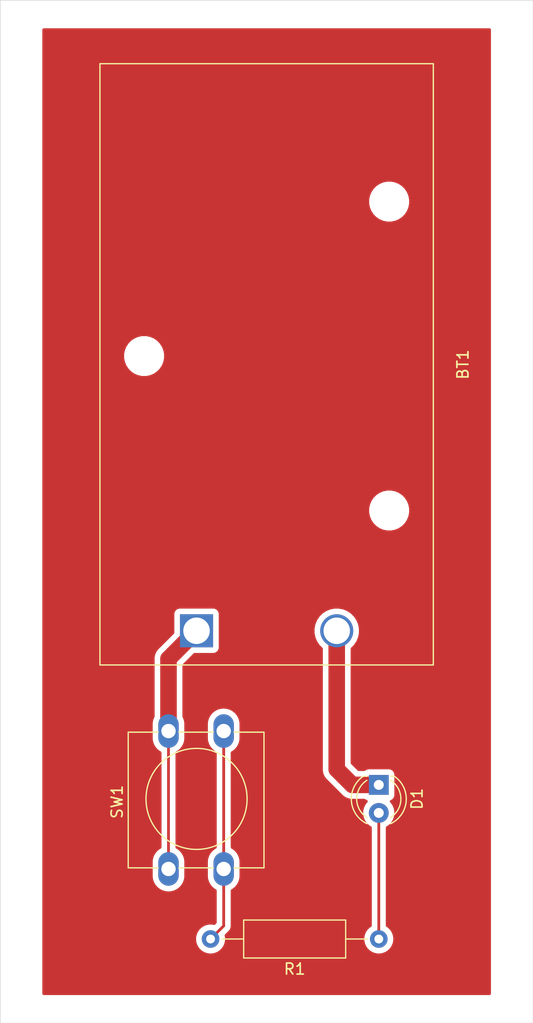
<source format=kicad_pcb>
(kicad_pcb (version 20171130) (host pcbnew "(5.1.5)-3")

  (general
    (thickness 1.6)
    (drawings 4)
    (tracks 10)
    (zones 0)
    (modules 4)
    (nets 5)
  )

  (page A4)
  (layers
    (0 F.Cu signal)
    (31 B.Cu signal)
    (32 B.Adhes user)
    (33 F.Adhes user)
    (34 B.Paste user)
    (35 F.Paste user)
    (36 B.SilkS user)
    (37 F.SilkS user)
    (38 B.Mask user)
    (39 F.Mask user)
    (40 Dwgs.User user)
    (41 Cmts.User user)
    (42 Eco1.User user)
    (43 Eco2.User user)
    (44 Edge.Cuts user)
    (45 Margin user)
    (46 B.CrtYd user)
    (47 F.CrtYd user)
    (48 B.Fab user)
    (49 F.Fab user)
  )

  (setup
    (last_trace_width 1.5)
    (user_trace_width 1.5)
    (trace_clearance 0.2)
    (zone_clearance 0.508)
    (zone_45_only no)
    (trace_min 0.2)
    (via_size 0.8)
    (via_drill 0.4)
    (via_min_size 0.4)
    (via_min_drill 0.3)
    (uvia_size 0.3)
    (uvia_drill 0.1)
    (uvias_allowed no)
    (uvia_min_size 0.2)
    (uvia_min_drill 0.1)
    (edge_width 0.05)
    (segment_width 0.2)
    (pcb_text_width 0.3)
    (pcb_text_size 1.5 1.5)
    (mod_edge_width 0.12)
    (mod_text_size 1 1)
    (mod_text_width 0.15)
    (pad_size 1.524 1.524)
    (pad_drill 0.762)
    (pad_to_mask_clearance 0.051)
    (solder_mask_min_width 0.25)
    (aux_axis_origin 0 0)
    (visible_elements FFFFFF7F)
    (pcbplotparams
      (layerselection 0x010fc_ffffffff)
      (usegerberextensions false)
      (usegerberattributes false)
      (usegerberadvancedattributes false)
      (creategerberjobfile false)
      (excludeedgelayer true)
      (linewidth 0.100000)
      (plotframeref false)
      (viasonmask false)
      (mode 1)
      (useauxorigin false)
      (hpglpennumber 1)
      (hpglpenspeed 20)
      (hpglpendiameter 15.000000)
      (psnegative false)
      (psa4output false)
      (plotreference true)
      (plotvalue true)
      (plotinvisibletext false)
      (padsonsilk false)
      (subtractmaskfromsilk false)
      (outputformat 1)
      (mirror false)
      (drillshape 1)
      (scaleselection 1)
      (outputdirectory ""))
  )

  (net 0 "")
  (net 1 "Net-(BT1-Pad2)")
  (net 2 "Net-(BT1-Pad1)")
  (net 3 "Net-(D1-Pad2)")
  (net 4 "Net-(R1-Pad2)")

  (net_class Default "This is the default net class."
    (clearance 0.2)
    (trace_width 0.25)
    (via_dia 0.8)
    (via_drill 0.4)
    (uvia_dia 0.3)
    (uvia_drill 0.1)
    (add_net "Net-(BT1-Pad1)")
    (add_net "Net-(BT1-Pad2)")
    (add_net "Net-(D1-Pad2)")
    (add_net "Net-(R1-Pad2)")
  )

  (module Battery:BatteryHolder_Eagle_12BH611-GR (layer F.Cu) (tedit 5BFC95F9) (tstamp 5E9F9A94)
    (at 130.81 93.98 270)
    (descr https://eu.mouser.com/datasheet/2/209/EPD-200766-1274481.pdf)
    (tags "9V Battery Holder")
    (path /5E85EDC1)
    (fp_text reference BT1 (at -24.13 -24.13 90) (layer F.SilkS)
      (effects (font (size 1 1) (thickness 0.15)))
    )
    (fp_text value Battery (at -24.13 11.43 270) (layer F.Fab)
      (effects (font (size 1 1) (thickness 0.15)))
    )
    (fp_line (start -51.4 -21.45) (end 3.1 -21.45) (layer F.SilkS) (width 0.12))
    (fp_line (start 3.1 -21.45) (end 3.1 8.75) (layer F.SilkS) (width 0.12))
    (fp_line (start 3.1 8.75) (end -51.4 8.75) (layer F.SilkS) (width 0.12))
    (fp_line (start -51.4 8.75) (end -51.4 -21.45) (layer F.SilkS) (width 0.12))
    (fp_text user + (at -7 0 90) (layer F.Fab)
      (effects (font (size 3 3) (thickness 0.45)))
    )
    (fp_text user - (at -7 -12.7 90) (layer F.Fab)
      (effects (font (size 3 3) (thickness 0.45)))
    )
    (fp_line (start -51.9 -21.95) (end 3.6 -21.95) (layer F.CrtYd) (width 0.05))
    (fp_line (start 3.6 -21.95) (end 3.6 9.25) (layer F.CrtYd) (width 0.05))
    (fp_line (start 3.6 9.25) (end -51.9 9.25) (layer F.CrtYd) (width 0.05))
    (fp_line (start -51.9 9.25) (end -51.9 -21.95) (layer F.CrtYd) (width 0.05))
    (fp_line (start 1.85 8.75) (end 1.85 -21.45) (layer F.Fab) (width 0.1))
    (fp_line (start -2 -21.45) (end -2 8.75) (layer F.Fab) (width 0.1))
    (fp_line (start -2 -14.75) (end -4 -14.75) (layer F.Fab) (width 0.1))
    (fp_line (start -4 -14.75) (end -4 -10.65) (layer F.Fab) (width 0.1))
    (fp_line (start -4 -10.65) (end -2 -10.65) (layer F.Fab) (width 0.1))
    (fp_line (start -2 -0.25) (end -4 -0.25) (layer F.Fab) (width 0.1))
    (fp_line (start -4 -2.55) (end -4 2.55) (layer F.Fab) (width 0.1))
    (fp_line (start -4 0.25) (end -2 0.25) (layer F.Fab) (width 0.1))
    (fp_line (start -4 -2.05) (end -2 -2.05) (layer F.Fab) (width 0.1))
    (fp_line (start -2 -2.55) (end -4 -2.55) (layer F.Fab) (width 0.1))
    (fp_line (start -4 2.55) (end -2 2.55) (layer F.Fab) (width 0.1))
    (fp_line (start -2 2.05) (end -4 2.05) (layer F.Fab) (width 0.1))
    (fp_line (start -2 -19.35) (end -27 -19.35) (layer F.Fab) (width 0.1))
    (fp_line (start -27 -19.35) (end -27 -21.45) (layer F.Fab) (width 0.1))
    (fp_line (start -2 6.65) (end -27 6.65) (layer F.Fab) (width 0.1))
    (fp_line (start -27 6.65) (end -27 8.75) (layer F.Fab) (width 0.1))
    (fp_line (start -51.4 -15.35) (end -47 -15.35) (layer F.Fab) (width 0.1))
    (fp_line (start -51.4 2.65) (end -47 2.65) (layer F.Fab) (width 0.1))
    (fp_line (start -50 2.65) (end -50 -15.35) (layer F.Fab) (width 0.1))
    (fp_line (start -49 2.65) (end -49 -15.35) (layer F.Fab) (width 0.1))
    (fp_line (start -48 2.65) (end -48 -15.35) (layer F.Fab) (width 0.1))
    (fp_line (start -47 2.65) (end -47 -15.35) (layer F.Fab) (width 0.1))
    (fp_line (start -51.4 8.75) (end -51.4 -21.45) (layer F.Fab) (width 0.1))
    (fp_line (start -51.4 -21.45) (end 3.1 -21.45) (layer F.Fab) (width 0.1))
    (fp_line (start 3.1 8.75) (end -51.4 8.75) (layer F.Fab) (width 0.1))
    (fp_line (start 3.1 -21.45) (end 3.1 8.75) (layer F.Fab) (width 0.1))
    (fp_text user %R (at -24.13 -6.35 270) (layer F.Fab)
      (effects (font (size 1 1) (thickness 0.15)))
    )
    (pad 2 thru_hole circle (at 0 -12.7 270) (size 3 3) (drill 2.4) (layers *.Cu *.Mask)
      (net 1 "Net-(BT1-Pad2)"))
    (pad 1 thru_hole rect (at 0 0 270) (size 3 3) (drill 2.4) (layers *.Cu *.Mask)
      (net 2 "Net-(BT1-Pad1)"))
    (pad "" np_thru_hole circle (at -10.9 -17.45 270) (size 2.6 2.6) (drill 2.6) (layers *.Cu *.Mask))
    (pad "" np_thru_hole circle (at -38.9 -17.45 270) (size 2.6 2.6) (drill 2.6) (layers *.Cu *.Mask))
    (pad "" np_thru_hole circle (at -24.9 4.75 270) (size 2.6 2.6) (drill 2.6) (layers *.Cu *.Mask))
    (model ${KISYS3DMOD}/Battery.3dshapes/BatteryHolder_Eagle_12BH611-GR.wrl
      (at (xyz 0 0 0))
      (scale (xyz 1 1 1))
      (rotate (xyz 0 0 0))
    )
  )

  (module LED_THT:LED_D4.0mm (layer F.Cu) (tedit 587A3A7B) (tstamp 5E9F9AA7)
    (at 147.32 107.95 270)
    (descr "LED, diameter 4.0mm, 2 pins, http://www.kingbright.com/attachments/file/psearch/000/00/00/L-43GD(Ver.12B).pdf")
    (tags "LED diameter 4.0mm 2 pins")
    (path /5E85C410)
    (fp_text reference D1 (at 1.27 -3.46 90) (layer F.SilkS)
      (effects (font (size 1 1) (thickness 0.15)))
    )
    (fp_text value LED (at 1.27 3.46 90) (layer F.Fab)
      (effects (font (size 1 1) (thickness 0.15)))
    )
    (fp_arc (start 1.27 0) (end -0.73 -1.32665) (angle 292.9) (layer F.Fab) (width 0.1))
    (fp_arc (start 1.27 0) (end -0.79 -1.398749) (angle 120.1) (layer F.SilkS) (width 0.12))
    (fp_arc (start 1.27 0) (end -0.79 1.398749) (angle -120.1) (layer F.SilkS) (width 0.12))
    (fp_arc (start 1.27 0) (end -0.41333 -1.08) (angle 114.6) (layer F.SilkS) (width 0.12))
    (fp_arc (start 1.27 0) (end -0.41333 1.08) (angle -114.6) (layer F.SilkS) (width 0.12))
    (fp_circle (center 1.27 0) (end 3.27 0) (layer F.Fab) (width 0.1))
    (fp_line (start -0.73 -1.32665) (end -0.73 1.32665) (layer F.Fab) (width 0.1))
    (fp_line (start -0.79 -1.399) (end -0.79 -1.08) (layer F.SilkS) (width 0.12))
    (fp_line (start -0.79 1.08) (end -0.79 1.399) (layer F.SilkS) (width 0.12))
    (fp_line (start -1.45 -2.75) (end -1.45 2.75) (layer F.CrtYd) (width 0.05))
    (fp_line (start -1.45 2.75) (end 4 2.75) (layer F.CrtYd) (width 0.05))
    (fp_line (start 4 2.75) (end 4 -2.75) (layer F.CrtYd) (width 0.05))
    (fp_line (start 4 -2.75) (end -1.45 -2.75) (layer F.CrtYd) (width 0.05))
    (pad 1 thru_hole rect (at 0 0 270) (size 1.8 1.8) (drill 0.9) (layers *.Cu *.Mask)
      (net 1 "Net-(BT1-Pad2)"))
    (pad 2 thru_hole circle (at 2.54 0 270) (size 1.8 1.8) (drill 0.9) (layers *.Cu *.Mask)
      (net 3 "Net-(D1-Pad2)"))
    (model ${KISYS3DMOD}/LED_THT.3dshapes/LED_D4.0mm.wrl
      (at (xyz 0 0 0))
      (scale (xyz 1 1 1))
      (rotate (xyz 0 0 0))
    )
  )

  (module Resistor_THT:R_Axial_DIN0309_L9.0mm_D3.2mm_P15.24mm_Horizontal (layer F.Cu) (tedit 5AE5139B) (tstamp 5E9F9ABE)
    (at 147.32 121.92 180)
    (descr "Resistor, Axial_DIN0309 series, Axial, Horizontal, pin pitch=15.24mm, 0.5W = 1/2W, length*diameter=9*3.2mm^2, http://cdn-reichelt.de/documents/datenblatt/B400/1_4W%23YAG.pdf")
    (tags "Resistor Axial_DIN0309 series Axial Horizontal pin pitch 15.24mm 0.5W = 1/2W length 9mm diameter 3.2mm")
    (path /5E85B11B)
    (fp_text reference R1 (at 7.62 -2.72) (layer F.SilkS)
      (effects (font (size 1 1) (thickness 0.15)))
    )
    (fp_text value 200 (at 7.62 2.72) (layer F.Fab)
      (effects (font (size 1 1) (thickness 0.15)))
    )
    (fp_line (start 3.12 -1.6) (end 3.12 1.6) (layer F.Fab) (width 0.1))
    (fp_line (start 3.12 1.6) (end 12.12 1.6) (layer F.Fab) (width 0.1))
    (fp_line (start 12.12 1.6) (end 12.12 -1.6) (layer F.Fab) (width 0.1))
    (fp_line (start 12.12 -1.6) (end 3.12 -1.6) (layer F.Fab) (width 0.1))
    (fp_line (start 0 0) (end 3.12 0) (layer F.Fab) (width 0.1))
    (fp_line (start 15.24 0) (end 12.12 0) (layer F.Fab) (width 0.1))
    (fp_line (start 3 -1.72) (end 3 1.72) (layer F.SilkS) (width 0.12))
    (fp_line (start 3 1.72) (end 12.24 1.72) (layer F.SilkS) (width 0.12))
    (fp_line (start 12.24 1.72) (end 12.24 -1.72) (layer F.SilkS) (width 0.12))
    (fp_line (start 12.24 -1.72) (end 3 -1.72) (layer F.SilkS) (width 0.12))
    (fp_line (start 1.04 0) (end 3 0) (layer F.SilkS) (width 0.12))
    (fp_line (start 14.2 0) (end 12.24 0) (layer F.SilkS) (width 0.12))
    (fp_line (start -1.05 -1.85) (end -1.05 1.85) (layer F.CrtYd) (width 0.05))
    (fp_line (start -1.05 1.85) (end 16.29 1.85) (layer F.CrtYd) (width 0.05))
    (fp_line (start 16.29 1.85) (end 16.29 -1.85) (layer F.CrtYd) (width 0.05))
    (fp_line (start 16.29 -1.85) (end -1.05 -1.85) (layer F.CrtYd) (width 0.05))
    (fp_text user %R (at 7.62 0) (layer F.Fab)
      (effects (font (size 1 1) (thickness 0.15)))
    )
    (pad 1 thru_hole circle (at 0 0 180) (size 1.6 1.6) (drill 0.8) (layers *.Cu *.Mask)
      (net 3 "Net-(D1-Pad2)"))
    (pad 2 thru_hole oval (at 15.24 0 180) (size 1.6 1.6) (drill 0.8) (layers *.Cu *.Mask)
      (net 4 "Net-(R1-Pad2)"))
    (model ${KISYS3DMOD}/Resistor_THT.3dshapes/R_Axial_DIN0309_L9.0mm_D3.2mm_P15.24mm_Horizontal.wrl
      (at (xyz 0 0 0))
      (scale (xyz 1 1 1))
      (rotate (xyz 0 0 0))
    )
  )

  (module Button_Switch_THT:SW_PUSH-12mm (layer F.Cu) (tedit 5D160D14) (tstamp 5E9F9AD8)
    (at 128.27 115.57 90)
    (descr "SW PUSH 12mm https://www.e-switch.com/system/asset/product_line/data_sheet/143/TL1100.pdf")
    (tags "tact sw push 12mm")
    (path /5E86499E)
    (fp_text reference SW1 (at 6.08 -4.66 90) (layer F.SilkS)
      (effects (font (size 1 1) (thickness 0.15)))
    )
    (fp_text value SW_Push (at 6.62 9.93 90) (layer F.Fab)
      (effects (font (size 1 1) (thickness 0.15)))
    )
    (fp_line (start 0.25 8.5) (end 12.25 8.5) (layer F.Fab) (width 0.1))
    (fp_line (start 0.25 -3.5) (end 12.25 -3.5) (layer F.Fab) (width 0.1))
    (fp_line (start 12.25 -3.5) (end 12.25 8.5) (layer F.Fab) (width 0.1))
    (fp_text user %R (at 6.35 2.54 90) (layer F.Fab)
      (effects (font (size 1 1) (thickness 0.15)))
    )
    (fp_line (start 0.1 -3.65) (end 12.4 -3.65) (layer F.SilkS) (width 0.12))
    (fp_line (start 12.4 0.93) (end 12.4 4.07) (layer F.SilkS) (width 0.12))
    (fp_line (start 12.4 8.65) (end 0.1 8.65) (layer F.SilkS) (width 0.12))
    (fp_line (start 0.1 -0.93) (end 0.1 -3.65) (layer F.SilkS) (width 0.12))
    (fp_line (start -1.77 -3.75) (end 14.25 -3.75) (layer F.CrtYd) (width 0.05))
    (fp_line (start -1.77 -3.75) (end -1.77 8.75) (layer F.CrtYd) (width 0.05))
    (fp_line (start 14.25 8.75) (end 14.25 -3.75) (layer F.CrtYd) (width 0.05))
    (fp_line (start 14.25 8.75) (end -1.77 8.75) (layer F.CrtYd) (width 0.05))
    (fp_circle (center 6.35 2.54) (end 10.16 5.08) (layer F.SilkS) (width 0.12))
    (fp_line (start 0.25 -3.5) (end 0.25 8.5) (layer F.Fab) (width 0.1))
    (fp_line (start 0.1 8.65) (end 0.1 5.93) (layer F.SilkS) (width 0.12))
    (fp_line (start 0.1 4.07) (end 0.1 0.93) (layer F.SilkS) (width 0.12))
    (fp_line (start 12.4 5.93) (end 12.4 8.65) (layer F.SilkS) (width 0.12))
    (fp_line (start 12.4 -3.65) (end 12.4 -0.93) (layer F.SilkS) (width 0.12))
    (pad 1 thru_hole oval (at 12.5 0 90) (size 3.048 1.85) (drill 1.3) (layers *.Cu *.Mask)
      (net 2 "Net-(BT1-Pad1)"))
    (pad 2 thru_hole oval (at 12.5 5 90) (size 3.048 1.85) (drill 1.3) (layers *.Cu *.Mask)
      (net 4 "Net-(R1-Pad2)"))
    (pad 1 thru_hole oval (at 0 0 90) (size 3.048 1.85) (drill 1.3) (layers *.Cu *.Mask)
      (net 2 "Net-(BT1-Pad1)"))
    (pad 2 thru_hole oval (at 0 5 90) (size 3.048 1.85) (drill 1.3) (layers *.Cu *.Mask)
      (net 4 "Net-(R1-Pad2)"))
    (model ${KISYS3DMOD}/Button_Switch_THT.3dshapes/SW_PUSH-12mm.wrl
      (at (xyz 0 0 0))
      (scale (xyz 1 1 1))
      (rotate (xyz 0 0 0))
    )
  )

  (gr_line (start 113.03 129.54) (end 113.03 36.83) (layer Edge.Cuts) (width 0.05) (tstamp 5E9F9F8E))
  (gr_line (start 161.29 129.54) (end 113.03 129.54) (layer Edge.Cuts) (width 0.05))
  (gr_line (start 161.29 36.83) (end 161.29 129.54) (layer Edge.Cuts) (width 0.05))
  (gr_line (start 113.03 36.83) (end 161.29 36.83) (layer Edge.Cuts) (width 0.05))

  (segment (start 144.92 107.95) (end 147.32 107.95) (width 1.5) (layer F.Cu) (net 1))
  (segment (start 143.51 106.54) (end 144.92 107.95) (width 1.5) (layer F.Cu) (net 1))
  (segment (start 143.51 93.98) (end 143.51 106.54) (width 1.5) (layer F.Cu) (net 1))
  (segment (start 130.81 93.98) (end 128.27 96.52) (width 1.5) (layer F.Cu) (net 2))
  (segment (start 128.27 96.52) (end 128.27 103.07) (width 1.5) (layer F.Cu) (net 2))
  (segment (start 128.27 103.07) (end 128.27 115.57) (width 0.25) (layer F.Cu) (net 2))
  (segment (start 147.32 121.92) (end 147.32 110.49) (width 0.25) (layer F.Cu) (net 3))
  (segment (start 133.27 120.73) (end 132.08 121.92) (width 0.25) (layer F.Cu) (net 4))
  (segment (start 133.27 115.57) (end 133.27 120.73) (width 0.25) (layer F.Cu) (net 4))
  (segment (start 133.27 103.07) (end 133.27 115.57) (width 0.25) (layer F.Cu) (net 4))

  (zone (net 0) (net_name "") (layer F.Cu) (tstamp 0) (hatch edge 0.508)
    (connect_pads (clearance 0.508))
    (min_thickness 0.254)
    (fill yes (arc_segments 32) (thermal_gap 0.508) (thermal_bridge_width 0.508))
    (polygon
      (pts
        (xy 157.48 127) (xy 116.84 127) (xy 116.84 39.37) (xy 157.48 39.37)
      )
    )
    (filled_polygon
      (pts
        (xy 157.353 126.873) (xy 116.967 126.873) (xy 116.967 121.778665) (xy 130.645 121.778665) (xy 130.645 122.061335)
        (xy 130.700147 122.338574) (xy 130.80832 122.599727) (xy 130.965363 122.834759) (xy 131.165241 123.034637) (xy 131.400273 123.19168)
        (xy 131.661426 123.299853) (xy 131.938665 123.355) (xy 132.221335 123.355) (xy 132.498574 123.299853) (xy 132.759727 123.19168)
        (xy 132.994759 123.034637) (xy 133.194637 122.834759) (xy 133.35168 122.599727) (xy 133.459853 122.338574) (xy 133.515 122.061335)
        (xy 133.515 121.778665) (xy 133.478688 121.596114) (xy 133.781003 121.293799) (xy 133.810001 121.270001) (xy 133.836332 121.237917)
        (xy 133.904974 121.154277) (xy 133.975546 121.022247) (xy 133.980705 121.005241) (xy 134.019003 120.878986) (xy 134.03 120.767333)
        (xy 134.03 120.767324) (xy 134.033676 120.730001) (xy 134.03 120.692678) (xy 134.03 117.531637) (xy 134.140883 117.472369)
        (xy 134.378424 117.277424) (xy 134.573369 117.039883) (xy 134.718226 116.768875) (xy 134.807428 116.474813) (xy 134.83 116.245636)
        (xy 134.83 114.894364) (xy 134.807428 114.665187) (xy 134.718226 114.371125) (xy 134.573369 114.100117) (xy 134.378424 113.862576)
        (xy 134.140882 113.667631) (xy 134.03 113.608363) (xy 134.03 105.031637) (xy 134.140883 104.972369) (xy 134.378424 104.777424)
        (xy 134.573369 104.539883) (xy 134.718226 104.268875) (xy 134.807428 103.974813) (xy 134.83 103.745636) (xy 134.83 102.394364)
        (xy 134.807428 102.165187) (xy 134.718226 101.871125) (xy 134.573369 101.600117) (xy 134.378424 101.362576) (xy 134.140882 101.167631)
        (xy 133.869874 101.022774) (xy 133.575812 100.933572) (xy 133.27 100.903452) (xy 132.964187 100.933572) (xy 132.670125 101.022774)
        (xy 132.399117 101.167631) (xy 132.161576 101.362576) (xy 131.966631 101.600118) (xy 131.821774 101.871126) (xy 131.732572 102.165188)
        (xy 131.71 102.394365) (xy 131.71 103.745636) (xy 131.732572 103.974813) (xy 131.821774 104.268875) (xy 131.966632 104.539883)
        (xy 132.161577 104.777424) (xy 132.399118 104.972369) (xy 132.51 105.031637) (xy 132.510001 113.608362) (xy 132.399117 113.667631)
        (xy 132.161576 113.862576) (xy 131.966631 114.100118) (xy 131.821774 114.371126) (xy 131.732572 114.665188) (xy 131.71 114.894365)
        (xy 131.71 116.245636) (xy 131.732572 116.474813) (xy 131.821774 116.768875) (xy 131.966632 117.039883) (xy 132.161577 117.277424)
        (xy 132.399118 117.472369) (xy 132.51 117.531637) (xy 132.510001 120.415197) (xy 132.403886 120.521312) (xy 132.221335 120.485)
        (xy 131.938665 120.485) (xy 131.661426 120.540147) (xy 131.400273 120.64832) (xy 131.165241 120.805363) (xy 130.965363 121.005241)
        (xy 130.80832 121.240273) (xy 130.700147 121.501426) (xy 130.645 121.778665) (xy 116.967 121.778665) (xy 116.967 102.394365)
        (xy 126.71 102.394365) (xy 126.71 103.745636) (xy 126.732572 103.974813) (xy 126.821774 104.268875) (xy 126.966632 104.539883)
        (xy 127.161577 104.777424) (xy 127.399118 104.972369) (xy 127.51 105.031637) (xy 127.510001 113.608362) (xy 127.399117 113.667631)
        (xy 127.161576 113.862576) (xy 126.966631 114.100118) (xy 126.821774 114.371126) (xy 126.732572 114.665188) (xy 126.71 114.894365)
        (xy 126.71 116.245636) (xy 126.732572 116.474813) (xy 126.821774 116.768875) (xy 126.966632 117.039883) (xy 127.161577 117.277424)
        (xy 127.399118 117.472369) (xy 127.670126 117.617226) (xy 127.964188 117.706428) (xy 128.27 117.736548) (xy 128.575813 117.706428)
        (xy 128.869875 117.617226) (xy 129.140883 117.472369) (xy 129.378424 117.277424) (xy 129.573369 117.039883) (xy 129.718226 116.768875)
        (xy 129.807428 116.474813) (xy 129.83 116.245636) (xy 129.83 114.894364) (xy 129.807428 114.665187) (xy 129.718226 114.371125)
        (xy 129.573369 114.100117) (xy 129.378424 113.862576) (xy 129.140882 113.667631) (xy 129.03 113.608363) (xy 129.03 105.031637)
        (xy 129.140883 104.972369) (xy 129.378424 104.777424) (xy 129.573369 104.539883) (xy 129.718226 104.268875) (xy 129.807428 103.974813)
        (xy 129.83 103.745636) (xy 129.83 102.394364) (xy 129.807428 102.165187) (xy 129.718226 101.871125) (xy 129.655 101.752838)
        (xy 129.655 97.093685) (xy 130.630613 96.118072) (xy 132.31 96.118072) (xy 132.434482 96.105812) (xy 132.55418 96.069502)
        (xy 132.664494 96.010537) (xy 132.761185 95.931185) (xy 132.840537 95.834494) (xy 132.899502 95.72418) (xy 132.935812 95.604482)
        (xy 132.948072 95.48) (xy 132.948072 93.769721) (xy 141.375 93.769721) (xy 141.375 94.190279) (xy 141.457047 94.602756)
        (xy 141.617988 94.991302) (xy 141.851637 95.340983) (xy 142.125 95.614346) (xy 142.125001 106.471961) (xy 142.1183 106.54)
        (xy 142.14504 106.811507) (xy 142.224236 107.07258) (xy 142.352844 107.313188) (xy 142.482548 107.471233) (xy 142.482551 107.471236)
        (xy 142.52592 107.524081) (xy 142.578764 107.567449) (xy 143.89255 108.881236) (xy 143.935919 108.934081) (xy 143.988764 108.97745)
        (xy 143.988766 108.977452) (xy 144.033287 109.013989) (xy 144.146812 109.107157) (xy 144.387419 109.235764) (xy 144.648493 109.31496)
        (xy 144.851963 109.335) (xy 144.851972 109.335) (xy 144.919999 109.3417) (xy 144.988026 109.335) (xy 146.010019 109.335)
        (xy 146.065506 109.380537) (xy 146.17582 109.439502) (xy 146.194127 109.445056) (xy 146.127688 109.511495) (xy 145.959701 109.762905)
        (xy 145.843989 110.042257) (xy 145.785 110.338816) (xy 145.785 110.641184) (xy 145.843989 110.937743) (xy 145.959701 111.217095)
        (xy 146.127688 111.468505) (xy 146.341495 111.682312) (xy 146.560001 111.828313) (xy 146.56 120.701957) (xy 146.405241 120.805363)
        (xy 146.205363 121.005241) (xy 146.04832 121.240273) (xy 145.940147 121.501426) (xy 145.885 121.778665) (xy 145.885 122.061335)
        (xy 145.940147 122.338574) (xy 146.04832 122.599727) (xy 146.205363 122.834759) (xy 146.405241 123.034637) (xy 146.640273 123.19168)
        (xy 146.901426 123.299853) (xy 147.178665 123.355) (xy 147.461335 123.355) (xy 147.738574 123.299853) (xy 147.999727 123.19168)
        (xy 148.234759 123.034637) (xy 148.434637 122.834759) (xy 148.59168 122.599727) (xy 148.699853 122.338574) (xy 148.755 122.061335)
        (xy 148.755 121.778665) (xy 148.699853 121.501426) (xy 148.59168 121.240273) (xy 148.434637 121.005241) (xy 148.234759 120.805363)
        (xy 148.08 120.701957) (xy 148.08 111.828313) (xy 148.298505 111.682312) (xy 148.512312 111.468505) (xy 148.680299 111.217095)
        (xy 148.796011 110.937743) (xy 148.855 110.641184) (xy 148.855 110.338816) (xy 148.796011 110.042257) (xy 148.680299 109.762905)
        (xy 148.512312 109.511495) (xy 148.445873 109.445056) (xy 148.46418 109.439502) (xy 148.574494 109.380537) (xy 148.671185 109.301185)
        (xy 148.750537 109.204494) (xy 148.809502 109.09418) (xy 148.845812 108.974482) (xy 148.858072 108.85) (xy 148.858072 107.05)
        (xy 148.845812 106.925518) (xy 148.809502 106.80582) (xy 148.750537 106.695506) (xy 148.671185 106.598815) (xy 148.574494 106.519463)
        (xy 148.46418 106.460498) (xy 148.344482 106.424188) (xy 148.22 106.411928) (xy 146.42 106.411928) (xy 146.295518 106.424188)
        (xy 146.17582 106.460498) (xy 146.065506 106.519463) (xy 146.010019 106.565) (xy 145.493686 106.565) (xy 144.895 105.966315)
        (xy 144.895 95.614346) (xy 145.168363 95.340983) (xy 145.402012 94.991302) (xy 145.562953 94.602756) (xy 145.645 94.190279)
        (xy 145.645 93.769721) (xy 145.562953 93.357244) (xy 145.402012 92.968698) (xy 145.168363 92.619017) (xy 144.870983 92.321637)
        (xy 144.521302 92.087988) (xy 144.132756 91.927047) (xy 143.720279 91.845) (xy 143.299721 91.845) (xy 142.887244 91.927047)
        (xy 142.498698 92.087988) (xy 142.149017 92.321637) (xy 141.851637 92.619017) (xy 141.617988 92.968698) (xy 141.457047 93.357244)
        (xy 141.375 93.769721) (xy 132.948072 93.769721) (xy 132.948072 92.48) (xy 132.935812 92.355518) (xy 132.899502 92.23582)
        (xy 132.840537 92.125506) (xy 132.761185 92.028815) (xy 132.664494 91.949463) (xy 132.55418 91.890498) (xy 132.434482 91.854188)
        (xy 132.31 91.841928) (xy 129.31 91.841928) (xy 129.185518 91.854188) (xy 129.06582 91.890498) (xy 128.955506 91.949463)
        (xy 128.858815 92.028815) (xy 128.779463 92.125506) (xy 128.720498 92.23582) (xy 128.684188 92.355518) (xy 128.671928 92.48)
        (xy 128.671928 94.159387) (xy 127.338765 95.49255) (xy 127.285919 95.53592) (xy 127.112843 95.746813) (xy 126.984236 95.98742)
        (xy 126.90504 96.248494) (xy 126.885 96.451964) (xy 126.885 96.451971) (xy 126.8783 96.52) (xy 126.885 96.588029)
        (xy 126.885001 101.752837) (xy 126.821774 101.871126) (xy 126.732572 102.165188) (xy 126.71 102.394365) (xy 116.967 102.394365)
        (xy 116.967 82.889419) (xy 146.325 82.889419) (xy 146.325 83.270581) (xy 146.399361 83.644419) (xy 146.545225 83.996566)
        (xy 146.756987 84.313491) (xy 147.026509 84.583013) (xy 147.343434 84.794775) (xy 147.695581 84.940639) (xy 148.069419 85.015)
        (xy 148.450581 85.015) (xy 148.824419 84.940639) (xy 149.176566 84.794775) (xy 149.493491 84.583013) (xy 149.763013 84.313491)
        (xy 149.974775 83.996566) (xy 150.120639 83.644419) (xy 150.195 83.270581) (xy 150.195 82.889419) (xy 150.120639 82.515581)
        (xy 149.974775 82.163434) (xy 149.763013 81.846509) (xy 149.493491 81.576987) (xy 149.176566 81.365225) (xy 148.824419 81.219361)
        (xy 148.450581 81.145) (xy 148.069419 81.145) (xy 147.695581 81.219361) (xy 147.343434 81.365225) (xy 147.026509 81.576987)
        (xy 146.756987 81.846509) (xy 146.545225 82.163434) (xy 146.399361 82.515581) (xy 146.325 82.889419) (xy 116.967 82.889419)
        (xy 116.967 68.889419) (xy 124.125 68.889419) (xy 124.125 69.270581) (xy 124.199361 69.644419) (xy 124.345225 69.996566)
        (xy 124.556987 70.313491) (xy 124.826509 70.583013) (xy 125.143434 70.794775) (xy 125.495581 70.940639) (xy 125.869419 71.015)
        (xy 126.250581 71.015) (xy 126.624419 70.940639) (xy 126.976566 70.794775) (xy 127.293491 70.583013) (xy 127.563013 70.313491)
        (xy 127.774775 69.996566) (xy 127.920639 69.644419) (xy 127.995 69.270581) (xy 127.995 68.889419) (xy 127.920639 68.515581)
        (xy 127.774775 68.163434) (xy 127.563013 67.846509) (xy 127.293491 67.576987) (xy 126.976566 67.365225) (xy 126.624419 67.219361)
        (xy 126.250581 67.145) (xy 125.869419 67.145) (xy 125.495581 67.219361) (xy 125.143434 67.365225) (xy 124.826509 67.576987)
        (xy 124.556987 67.846509) (xy 124.345225 68.163434) (xy 124.199361 68.515581) (xy 124.125 68.889419) (xy 116.967 68.889419)
        (xy 116.967 54.889419) (xy 146.325 54.889419) (xy 146.325 55.270581) (xy 146.399361 55.644419) (xy 146.545225 55.996566)
        (xy 146.756987 56.313491) (xy 147.026509 56.583013) (xy 147.343434 56.794775) (xy 147.695581 56.940639) (xy 148.069419 57.015)
        (xy 148.450581 57.015) (xy 148.824419 56.940639) (xy 149.176566 56.794775) (xy 149.493491 56.583013) (xy 149.763013 56.313491)
        (xy 149.974775 55.996566) (xy 150.120639 55.644419) (xy 150.195 55.270581) (xy 150.195 54.889419) (xy 150.120639 54.515581)
        (xy 149.974775 54.163434) (xy 149.763013 53.846509) (xy 149.493491 53.576987) (xy 149.176566 53.365225) (xy 148.824419 53.219361)
        (xy 148.450581 53.145) (xy 148.069419 53.145) (xy 147.695581 53.219361) (xy 147.343434 53.365225) (xy 147.026509 53.576987)
        (xy 146.756987 53.846509) (xy 146.545225 54.163434) (xy 146.399361 54.515581) (xy 146.325 54.889419) (xy 116.967 54.889419)
        (xy 116.967 39.497) (xy 157.353 39.497)
      )
    )
  )
)

</source>
